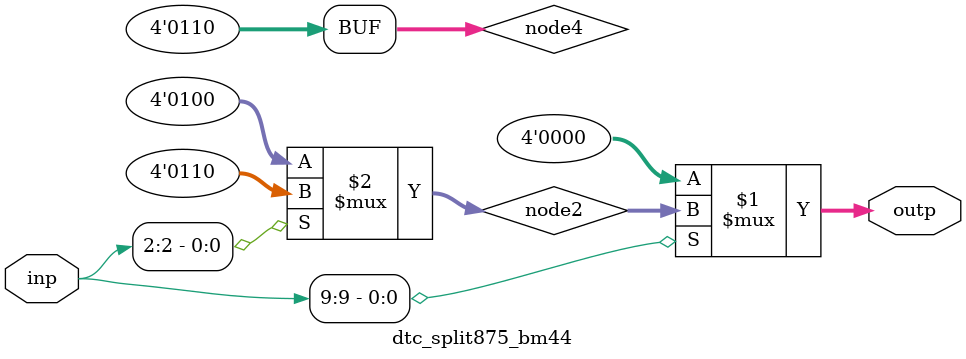
<source format=v>
module dtc_split875_bm44 (
	input  wire [10-1:0] inp,
	output wire [4-1:0] outp
);

	wire [4-1:0] node2;
	wire [4-1:0] node4;

	assign outp = (inp[9]) ? node2 : 4'b0000;
		assign node2 = (inp[2]) ? node4 : 4'b0100;
			assign node4 = (inp[3]) ? 4'b0110 : 4'b0110;

endmodule
</source>
